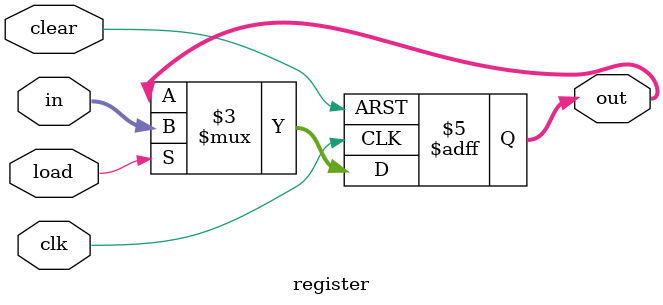
<source format=sv>
module register # (parameter N = 8)
   (input                clk,   // implied input wire
    input                load,
    input                clear,
    input        [N-1:0] in,
    output logic [N-1:0] out
    );
	 
  always_ff @ (posedge clk, posedge clear)    begin
// fill in guts
		if(clear) out <= 0;          // use <= nonblocking assignment!
		else if(load) out <= in;
		else out <= out;
//   clear   load    out
// 	   1       0      0	   (clear output)
//     1       1      0
//     0       0     hold  (no change in output)
//     0       1      in   (update output)


	
// Aside: What would be the impact of leaving posedge clear out of 
//  the sensitivity list? 
end	
		
endmodule


</source>
